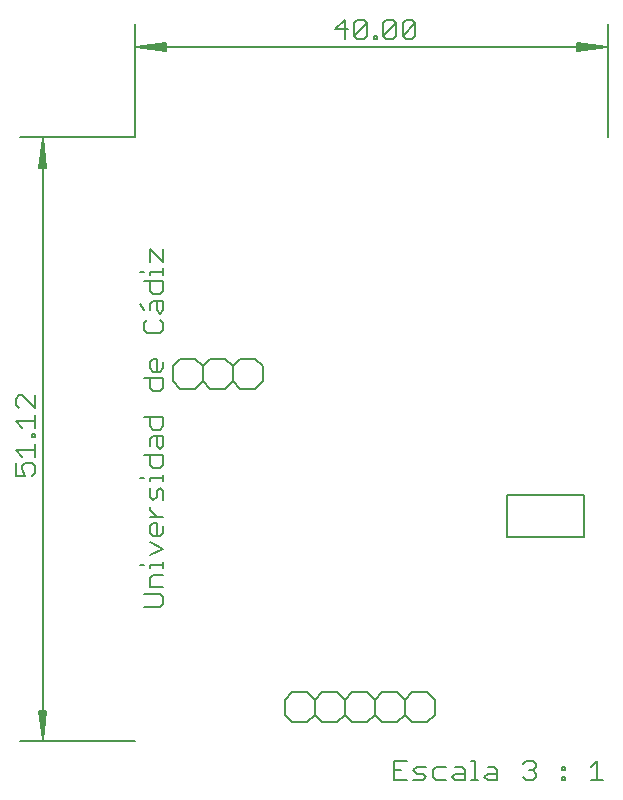
<source format=gto>
G75*
%MOIN*%
%OFA0B0*%
%FSLAX25Y25*%
%IPPOS*%
%LPD*%
%AMOC8*
5,1,8,0,0,1.08239X$1,22.5*
%
%ADD10C,0.00600*%
%ADD11C,0.00512*%
%ADD12C,0.00800*%
D10*
X0046276Y0061891D02*
X0051613Y0061891D01*
X0052681Y0062958D01*
X0052681Y0065093D01*
X0051613Y0066161D01*
X0046276Y0066161D01*
X0048411Y0068336D02*
X0048411Y0071539D01*
X0049478Y0072606D01*
X0052681Y0072606D01*
X0052681Y0074782D02*
X0052681Y0076917D01*
X0052681Y0075849D02*
X0048411Y0075849D01*
X0048411Y0074782D01*
X0046276Y0075849D02*
X0045208Y0075849D01*
X0048411Y0079079D02*
X0052681Y0081214D01*
X0048411Y0083349D01*
X0049478Y0085524D02*
X0048411Y0086592D01*
X0048411Y0088727D01*
X0049478Y0089794D01*
X0050546Y0089794D01*
X0050546Y0085524D01*
X0051613Y0085524D02*
X0049478Y0085524D01*
X0051613Y0085524D02*
X0052681Y0086592D01*
X0052681Y0088727D01*
X0052681Y0091970D02*
X0048411Y0091970D01*
X0048411Y0094105D02*
X0048411Y0095172D01*
X0048411Y0094105D02*
X0050546Y0091970D01*
X0049478Y0097341D02*
X0048411Y0098408D01*
X0048411Y0101611D01*
X0048411Y0103786D02*
X0048411Y0104854D01*
X0052681Y0104854D01*
X0052681Y0103786D02*
X0052681Y0105922D01*
X0051613Y0108083D02*
X0049478Y0108083D01*
X0048411Y0109151D01*
X0048411Y0112354D01*
X0046276Y0112354D02*
X0052681Y0112354D01*
X0052681Y0109151D01*
X0051613Y0108083D01*
X0051613Y0114529D02*
X0050546Y0115596D01*
X0050546Y0118799D01*
X0049478Y0118799D02*
X0052681Y0118799D01*
X0052681Y0115596D01*
X0051613Y0114529D01*
X0048411Y0115596D02*
X0048411Y0117732D01*
X0049478Y0118799D01*
X0049478Y0120974D02*
X0048411Y0122042D01*
X0048411Y0125245D01*
X0046276Y0125245D02*
X0052681Y0125245D01*
X0052681Y0122042D01*
X0051613Y0120974D01*
X0049478Y0120974D01*
X0049478Y0133865D02*
X0048411Y0134933D01*
X0048411Y0138136D01*
X0046276Y0138136D02*
X0052681Y0138136D01*
X0052681Y0134933D01*
X0051613Y0133865D01*
X0049478Y0133865D01*
X0049478Y0140311D02*
X0048411Y0141378D01*
X0048411Y0143514D01*
X0049478Y0144581D01*
X0050546Y0144581D01*
X0050546Y0140311D01*
X0051613Y0140311D02*
X0049478Y0140311D01*
X0051613Y0140311D02*
X0052681Y0141378D01*
X0052681Y0143514D01*
X0056020Y0142095D02*
X0056020Y0137095D01*
X0058520Y0134595D01*
X0063520Y0134595D01*
X0066020Y0137095D01*
X0068520Y0134595D01*
X0073520Y0134595D01*
X0076020Y0137095D01*
X0078520Y0134595D01*
X0083520Y0134595D01*
X0086020Y0137095D01*
X0086020Y0142095D01*
X0083520Y0144595D01*
X0078520Y0144595D01*
X0076020Y0142095D01*
X0076020Y0137095D01*
X0076020Y0142095D02*
X0073520Y0144595D01*
X0068520Y0144595D01*
X0066020Y0142095D01*
X0066020Y0137095D01*
X0066020Y0142095D02*
X0063520Y0144595D01*
X0058520Y0144595D01*
X0056020Y0142095D01*
X0051613Y0153202D02*
X0047343Y0153202D01*
X0046276Y0154269D01*
X0046276Y0156405D01*
X0047343Y0157472D01*
X0046276Y0160715D02*
X0045208Y0162850D01*
X0048411Y0162850D02*
X0048411Y0160715D01*
X0050546Y0160715D02*
X0050546Y0163918D01*
X0049478Y0163918D02*
X0052681Y0163918D01*
X0052681Y0160715D01*
X0051613Y0159647D01*
X0050546Y0160715D01*
X0048411Y0162850D02*
X0049478Y0163918D01*
X0049478Y0166093D02*
X0048411Y0167160D01*
X0048411Y0170363D01*
X0046276Y0170363D02*
X0052681Y0170363D01*
X0052681Y0167160D01*
X0051613Y0166093D01*
X0049478Y0166093D01*
X0048411Y0172538D02*
X0048411Y0173606D01*
X0052681Y0173606D01*
X0052681Y0172538D02*
X0052681Y0174674D01*
X0052681Y0176835D02*
X0052681Y0181106D01*
X0048411Y0181106D02*
X0048411Y0176835D01*
X0046276Y0173606D02*
X0045208Y0173606D01*
X0052681Y0176835D02*
X0048411Y0181106D01*
X0051613Y0157472D02*
X0052681Y0156405D01*
X0052681Y0154269D01*
X0051613Y0153202D01*
X0046276Y0104854D02*
X0045208Y0104854D01*
X0050546Y0100544D02*
X0050546Y0098408D01*
X0049478Y0097341D01*
X0052681Y0097341D02*
X0052681Y0100544D01*
X0051613Y0101611D01*
X0050546Y0100544D01*
X0052681Y0068336D02*
X0048411Y0068336D01*
X0010033Y0106598D02*
X0008966Y0105530D01*
X0010033Y0106598D02*
X0010033Y0108733D01*
X0008966Y0109801D01*
X0006831Y0109801D01*
X0005763Y0108733D01*
X0005763Y0107666D01*
X0006831Y0105530D01*
X0003628Y0105530D01*
X0003628Y0109801D01*
X0005763Y0111976D02*
X0003628Y0114111D01*
X0010033Y0114111D01*
X0010033Y0111976D02*
X0010033Y0116246D01*
X0010033Y0118421D02*
X0010033Y0119489D01*
X0008966Y0119489D01*
X0008966Y0118421D01*
X0010033Y0118421D01*
X0010033Y0121644D02*
X0010033Y0125914D01*
X0010033Y0123779D02*
X0003628Y0123779D01*
X0005763Y0121644D01*
X0004695Y0128090D02*
X0003628Y0129157D01*
X0003628Y0131292D01*
X0004695Y0132360D01*
X0005763Y0132360D01*
X0010033Y0128090D01*
X0010033Y0132360D01*
X0095764Y0033414D02*
X0093264Y0030914D01*
X0093264Y0025914D01*
X0095764Y0023414D01*
X0100764Y0023414D01*
X0103264Y0025914D01*
X0105764Y0023414D01*
X0110764Y0023414D01*
X0113264Y0025914D01*
X0113264Y0030914D01*
X0110764Y0033414D01*
X0105764Y0033414D01*
X0103264Y0030914D01*
X0103264Y0025914D01*
X0103264Y0030914D02*
X0100764Y0033414D01*
X0095764Y0033414D01*
X0113264Y0030914D02*
X0115764Y0033414D01*
X0120764Y0033414D01*
X0123264Y0030914D01*
X0125764Y0033414D01*
X0130764Y0033414D01*
X0133264Y0030914D01*
X0135764Y0033414D01*
X0140764Y0033414D01*
X0143264Y0030914D01*
X0143264Y0025914D01*
X0140764Y0023414D01*
X0135764Y0023414D01*
X0133264Y0025914D01*
X0130764Y0023414D01*
X0125764Y0023414D01*
X0123264Y0025914D01*
X0120764Y0023414D01*
X0115764Y0023414D01*
X0113264Y0025914D01*
X0123264Y0025914D02*
X0123264Y0030914D01*
X0133264Y0030914D02*
X0133264Y0025914D01*
X0134016Y0010553D02*
X0129746Y0010553D01*
X0129746Y0004147D01*
X0134016Y0004147D01*
X0136191Y0004147D02*
X0139394Y0004147D01*
X0140461Y0005215D01*
X0139394Y0006282D01*
X0137259Y0006282D01*
X0136191Y0007350D01*
X0137259Y0008418D01*
X0140461Y0008418D01*
X0142637Y0007350D02*
X0142637Y0005215D01*
X0143704Y0004147D01*
X0146907Y0004147D01*
X0149082Y0005215D02*
X0150150Y0006282D01*
X0153352Y0006282D01*
X0153352Y0007350D02*
X0153352Y0004147D01*
X0150150Y0004147D01*
X0149082Y0005215D01*
X0150150Y0008418D02*
X0152285Y0008418D01*
X0153352Y0007350D01*
X0155528Y0004147D02*
X0157663Y0004147D01*
X0156595Y0004147D02*
X0156595Y0010553D01*
X0155528Y0010553D01*
X0160892Y0008418D02*
X0163027Y0008418D01*
X0164095Y0007350D01*
X0164095Y0004147D01*
X0160892Y0004147D01*
X0159825Y0005215D01*
X0160892Y0006282D01*
X0164095Y0006282D01*
X0172716Y0005215D02*
X0173783Y0004147D01*
X0175918Y0004147D01*
X0176986Y0005215D01*
X0176986Y0006282D01*
X0175918Y0007350D01*
X0174851Y0007350D01*
X0175918Y0007350D02*
X0176986Y0008418D01*
X0176986Y0009485D01*
X0175918Y0010553D01*
X0173783Y0010553D01*
X0172716Y0009485D01*
X0185607Y0008418D02*
X0185607Y0007350D01*
X0186674Y0007350D01*
X0186674Y0008418D01*
X0185607Y0008418D01*
X0185607Y0005215D02*
X0185607Y0004147D01*
X0186674Y0004147D01*
X0186674Y0005215D01*
X0185607Y0005215D01*
X0195275Y0004147D02*
X0199545Y0004147D01*
X0197410Y0004147D02*
X0197410Y0010553D01*
X0195275Y0008418D01*
X0146907Y0008418D02*
X0143704Y0008418D01*
X0142637Y0007350D01*
X0131881Y0007350D02*
X0129746Y0007350D01*
X0129343Y0251133D02*
X0127208Y0251133D01*
X0126140Y0252201D01*
X0130410Y0256471D01*
X0130410Y0252201D01*
X0129343Y0251133D01*
X0126140Y0252201D02*
X0126140Y0256471D01*
X0127208Y0257539D01*
X0129343Y0257539D01*
X0130410Y0256471D01*
X0132586Y0256471D02*
X0133653Y0257539D01*
X0135788Y0257539D01*
X0136856Y0256471D01*
X0132586Y0252201D01*
X0133653Y0251133D01*
X0135788Y0251133D01*
X0136856Y0252201D01*
X0136856Y0256471D01*
X0132586Y0256471D02*
X0132586Y0252201D01*
X0123985Y0252201D02*
X0123985Y0251133D01*
X0122917Y0251133D01*
X0122917Y0252201D01*
X0123985Y0252201D01*
X0120742Y0252201D02*
X0119675Y0251133D01*
X0117539Y0251133D01*
X0116472Y0252201D01*
X0120742Y0256471D01*
X0120742Y0252201D01*
X0116472Y0252201D02*
X0116472Y0256471D01*
X0117539Y0257539D01*
X0119675Y0257539D01*
X0120742Y0256471D01*
X0114297Y0254336D02*
X0110026Y0254336D01*
X0113229Y0257539D01*
X0113229Y0251133D01*
D11*
X0043461Y0017076D02*
X0004918Y0017076D01*
X0012595Y0017331D02*
X0013619Y0027312D01*
X0013852Y0027312D02*
X0012595Y0017331D01*
X0011572Y0027312D01*
X0011338Y0027312D02*
X0013852Y0027312D01*
X0013107Y0027312D02*
X0012595Y0017331D01*
X0012083Y0027312D01*
X0011338Y0027312D02*
X0012595Y0017331D01*
X0012595Y0218080D01*
X0013619Y0208099D01*
X0013852Y0208099D02*
X0012595Y0218080D01*
X0011572Y0208099D01*
X0011338Y0208099D02*
X0013852Y0208099D01*
X0013107Y0208099D02*
X0012595Y0218080D01*
X0012083Y0208099D01*
X0011338Y0208099D02*
X0012595Y0218080D01*
X0004918Y0218335D02*
X0043461Y0218335D01*
X0043461Y0256249D01*
X0043717Y0248572D02*
X0053698Y0247548D01*
X0053698Y0247315D02*
X0043717Y0248572D01*
X0053698Y0249595D01*
X0053698Y0249829D02*
X0053698Y0247315D01*
X0053698Y0248060D02*
X0043717Y0248572D01*
X0053698Y0249083D01*
X0053698Y0249829D02*
X0043717Y0248572D01*
X0200686Y0248572D01*
X0190705Y0247548D01*
X0190705Y0247315D02*
X0200686Y0248572D01*
X0190705Y0249595D01*
X0190705Y0249829D02*
X0190705Y0247315D01*
X0190705Y0248060D02*
X0200686Y0248572D01*
X0190705Y0249083D01*
X0190705Y0249829D02*
X0200686Y0248572D01*
X0200942Y0256249D02*
X0200942Y0218335D01*
D12*
X0193056Y0099036D02*
X0167253Y0099036D01*
X0167253Y0085036D01*
X0193056Y0085036D01*
X0193056Y0099036D01*
M02*

</source>
